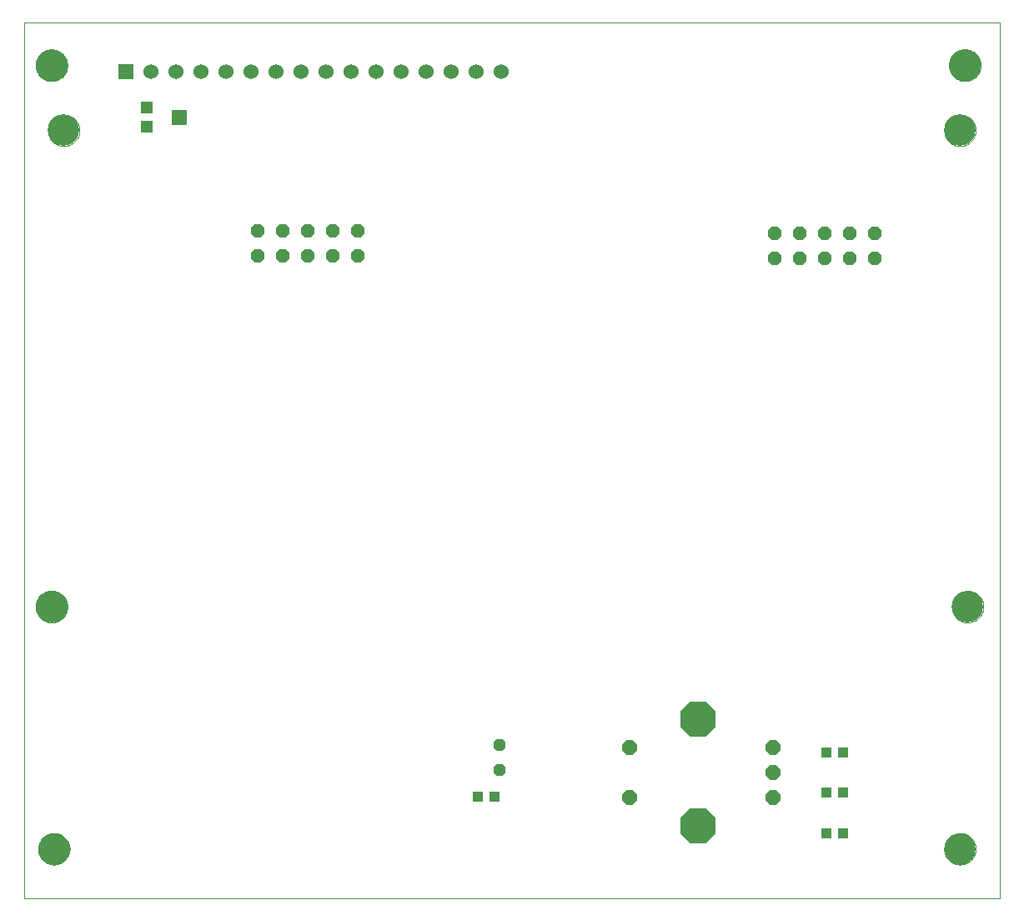
<source format=gbs>
G75*
%MOIN*%
%OFA0B0*%
%FSLAX24Y24*%
%IPPOS*%
%LPD*%
%AMOC8*
5,1,8,0,0,1.08239X$1,22.5*
%
%ADD10C,0.0000*%
%ADD11C,0.1260*%
%ADD12OC8,0.0591*%
%ADD13OC8,0.1424*%
%ADD14R,0.0394X0.0433*%
%ADD15R,0.0472X0.0472*%
%ADD16R,0.0591X0.0630*%
%ADD17R,0.0600X0.0600*%
%ADD18C,0.0600*%
%ADD19OC8,0.0540*%
%ADD20OC8,0.0480*%
D10*
X000394Y000139D02*
X000394Y035179D01*
X039370Y035179D01*
X039370Y000139D01*
X000394Y000139D01*
X000945Y002108D02*
X000947Y002158D01*
X000953Y002208D01*
X000963Y002257D01*
X000977Y002305D01*
X000994Y002352D01*
X001015Y002397D01*
X001040Y002441D01*
X001068Y002482D01*
X001100Y002521D01*
X001134Y002558D01*
X001171Y002592D01*
X001211Y002622D01*
X001253Y002649D01*
X001297Y002673D01*
X001343Y002694D01*
X001390Y002710D01*
X001438Y002723D01*
X001488Y002732D01*
X001537Y002737D01*
X001588Y002738D01*
X001638Y002735D01*
X001687Y002728D01*
X001736Y002717D01*
X001784Y002702D01*
X001830Y002684D01*
X001875Y002662D01*
X001918Y002636D01*
X001959Y002607D01*
X001998Y002575D01*
X002034Y002540D01*
X002066Y002502D01*
X002096Y002462D01*
X002123Y002419D01*
X002146Y002375D01*
X002165Y002329D01*
X002181Y002281D01*
X002193Y002232D01*
X002201Y002183D01*
X002205Y002133D01*
X002205Y002083D01*
X002201Y002033D01*
X002193Y001984D01*
X002181Y001935D01*
X002165Y001887D01*
X002146Y001841D01*
X002123Y001797D01*
X002096Y001754D01*
X002066Y001714D01*
X002034Y001676D01*
X001998Y001641D01*
X001959Y001609D01*
X001918Y001580D01*
X001875Y001554D01*
X001830Y001532D01*
X001784Y001514D01*
X001736Y001499D01*
X001687Y001488D01*
X001638Y001481D01*
X001588Y001478D01*
X001537Y001479D01*
X001488Y001484D01*
X001438Y001493D01*
X001390Y001506D01*
X001343Y001522D01*
X001297Y001543D01*
X001253Y001567D01*
X001211Y001594D01*
X001171Y001624D01*
X001134Y001658D01*
X001100Y001695D01*
X001068Y001734D01*
X001040Y001775D01*
X001015Y001819D01*
X000994Y001864D01*
X000977Y001911D01*
X000963Y001959D01*
X000953Y002008D01*
X000947Y002058D01*
X000945Y002108D01*
X000854Y011793D02*
X000856Y011843D01*
X000862Y011893D01*
X000872Y011942D01*
X000886Y011990D01*
X000903Y012037D01*
X000924Y012082D01*
X000949Y012126D01*
X000977Y012167D01*
X001009Y012206D01*
X001043Y012243D01*
X001080Y012277D01*
X001120Y012307D01*
X001162Y012334D01*
X001206Y012358D01*
X001252Y012379D01*
X001299Y012395D01*
X001347Y012408D01*
X001397Y012417D01*
X001446Y012422D01*
X001497Y012423D01*
X001547Y012420D01*
X001596Y012413D01*
X001645Y012402D01*
X001693Y012387D01*
X001739Y012369D01*
X001784Y012347D01*
X001827Y012321D01*
X001868Y012292D01*
X001907Y012260D01*
X001943Y012225D01*
X001975Y012187D01*
X002005Y012147D01*
X002032Y012104D01*
X002055Y012060D01*
X002074Y012014D01*
X002090Y011966D01*
X002102Y011917D01*
X002110Y011868D01*
X002114Y011818D01*
X002114Y011768D01*
X002110Y011718D01*
X002102Y011669D01*
X002090Y011620D01*
X002074Y011572D01*
X002055Y011526D01*
X002032Y011482D01*
X002005Y011439D01*
X001975Y011399D01*
X001943Y011361D01*
X001907Y011326D01*
X001868Y011294D01*
X001827Y011265D01*
X001784Y011239D01*
X001739Y011217D01*
X001693Y011199D01*
X001645Y011184D01*
X001596Y011173D01*
X001547Y011166D01*
X001497Y011163D01*
X001446Y011164D01*
X001397Y011169D01*
X001347Y011178D01*
X001299Y011191D01*
X001252Y011207D01*
X001206Y011228D01*
X001162Y011252D01*
X001120Y011279D01*
X001080Y011309D01*
X001043Y011343D01*
X001009Y011380D01*
X000977Y011419D01*
X000949Y011460D01*
X000924Y011504D01*
X000903Y011549D01*
X000886Y011596D01*
X000872Y011644D01*
X000862Y011693D01*
X000856Y011743D01*
X000854Y011793D01*
X000846Y011803D02*
X000848Y011853D01*
X000854Y011903D01*
X000864Y011952D01*
X000878Y012000D01*
X000895Y012047D01*
X000916Y012092D01*
X000941Y012136D01*
X000969Y012177D01*
X001001Y012216D01*
X001035Y012253D01*
X001072Y012287D01*
X001112Y012317D01*
X001154Y012344D01*
X001198Y012368D01*
X001244Y012389D01*
X001291Y012405D01*
X001339Y012418D01*
X001389Y012427D01*
X001438Y012432D01*
X001489Y012433D01*
X001539Y012430D01*
X001588Y012423D01*
X001637Y012412D01*
X001685Y012397D01*
X001731Y012379D01*
X001776Y012357D01*
X001819Y012331D01*
X001860Y012302D01*
X001899Y012270D01*
X001935Y012235D01*
X001967Y012197D01*
X001997Y012157D01*
X002024Y012114D01*
X002047Y012070D01*
X002066Y012024D01*
X002082Y011976D01*
X002094Y011927D01*
X002102Y011878D01*
X002106Y011828D01*
X002106Y011778D01*
X002102Y011728D01*
X002094Y011679D01*
X002082Y011630D01*
X002066Y011582D01*
X002047Y011536D01*
X002024Y011492D01*
X001997Y011449D01*
X001967Y011409D01*
X001935Y011371D01*
X001899Y011336D01*
X001860Y011304D01*
X001819Y011275D01*
X001776Y011249D01*
X001731Y011227D01*
X001685Y011209D01*
X001637Y011194D01*
X001588Y011183D01*
X001539Y011176D01*
X001489Y011173D01*
X001438Y011174D01*
X001389Y011179D01*
X001339Y011188D01*
X001291Y011201D01*
X001244Y011217D01*
X001198Y011238D01*
X001154Y011262D01*
X001112Y011289D01*
X001072Y011319D01*
X001035Y011353D01*
X001001Y011390D01*
X000969Y011429D01*
X000941Y011470D01*
X000916Y011514D01*
X000895Y011559D01*
X000878Y011606D01*
X000864Y011654D01*
X000854Y011703D01*
X000848Y011753D01*
X000846Y011803D01*
X001339Y030848D02*
X001341Y030898D01*
X001347Y030948D01*
X001357Y030997D01*
X001371Y031045D01*
X001388Y031092D01*
X001409Y031137D01*
X001434Y031181D01*
X001462Y031222D01*
X001494Y031261D01*
X001528Y031298D01*
X001565Y031332D01*
X001605Y031362D01*
X001647Y031389D01*
X001691Y031413D01*
X001737Y031434D01*
X001784Y031450D01*
X001832Y031463D01*
X001882Y031472D01*
X001931Y031477D01*
X001982Y031478D01*
X002032Y031475D01*
X002081Y031468D01*
X002130Y031457D01*
X002178Y031442D01*
X002224Y031424D01*
X002269Y031402D01*
X002312Y031376D01*
X002353Y031347D01*
X002392Y031315D01*
X002428Y031280D01*
X002460Y031242D01*
X002490Y031202D01*
X002517Y031159D01*
X002540Y031115D01*
X002559Y031069D01*
X002575Y031021D01*
X002587Y030972D01*
X002595Y030923D01*
X002599Y030873D01*
X002599Y030823D01*
X002595Y030773D01*
X002587Y030724D01*
X002575Y030675D01*
X002559Y030627D01*
X002540Y030581D01*
X002517Y030537D01*
X002490Y030494D01*
X002460Y030454D01*
X002428Y030416D01*
X002392Y030381D01*
X002353Y030349D01*
X002312Y030320D01*
X002269Y030294D01*
X002224Y030272D01*
X002178Y030254D01*
X002130Y030239D01*
X002081Y030228D01*
X002032Y030221D01*
X001982Y030218D01*
X001931Y030219D01*
X001882Y030224D01*
X001832Y030233D01*
X001784Y030246D01*
X001737Y030262D01*
X001691Y030283D01*
X001647Y030307D01*
X001605Y030334D01*
X001565Y030364D01*
X001528Y030398D01*
X001494Y030435D01*
X001462Y030474D01*
X001434Y030515D01*
X001409Y030559D01*
X001388Y030604D01*
X001371Y030651D01*
X001357Y030699D01*
X001347Y030748D01*
X001341Y030798D01*
X001339Y030848D01*
X000854Y033446D02*
X000856Y033496D01*
X000862Y033546D01*
X000872Y033595D01*
X000886Y033643D01*
X000903Y033690D01*
X000924Y033735D01*
X000949Y033779D01*
X000977Y033820D01*
X001009Y033859D01*
X001043Y033896D01*
X001080Y033930D01*
X001120Y033960D01*
X001162Y033987D01*
X001206Y034011D01*
X001252Y034032D01*
X001299Y034048D01*
X001347Y034061D01*
X001397Y034070D01*
X001446Y034075D01*
X001497Y034076D01*
X001547Y034073D01*
X001596Y034066D01*
X001645Y034055D01*
X001693Y034040D01*
X001739Y034022D01*
X001784Y034000D01*
X001827Y033974D01*
X001868Y033945D01*
X001907Y033913D01*
X001943Y033878D01*
X001975Y033840D01*
X002005Y033800D01*
X002032Y033757D01*
X002055Y033713D01*
X002074Y033667D01*
X002090Y033619D01*
X002102Y033570D01*
X002110Y033521D01*
X002114Y033471D01*
X002114Y033421D01*
X002110Y033371D01*
X002102Y033322D01*
X002090Y033273D01*
X002074Y033225D01*
X002055Y033179D01*
X002032Y033135D01*
X002005Y033092D01*
X001975Y033052D01*
X001943Y033014D01*
X001907Y032979D01*
X001868Y032947D01*
X001827Y032918D01*
X001784Y032892D01*
X001739Y032870D01*
X001693Y032852D01*
X001645Y032837D01*
X001596Y032826D01*
X001547Y032819D01*
X001497Y032816D01*
X001446Y032817D01*
X001397Y032822D01*
X001347Y032831D01*
X001299Y032844D01*
X001252Y032860D01*
X001206Y032881D01*
X001162Y032905D01*
X001120Y032932D01*
X001080Y032962D01*
X001043Y032996D01*
X001009Y033033D01*
X000977Y033072D01*
X000949Y033113D01*
X000924Y033157D01*
X000903Y033202D01*
X000886Y033249D01*
X000872Y033297D01*
X000862Y033346D01*
X000856Y033396D01*
X000854Y033446D01*
X000846Y033456D02*
X000848Y033506D01*
X000854Y033556D01*
X000864Y033605D01*
X000878Y033653D01*
X000895Y033700D01*
X000916Y033745D01*
X000941Y033789D01*
X000969Y033830D01*
X001001Y033869D01*
X001035Y033906D01*
X001072Y033940D01*
X001112Y033970D01*
X001154Y033997D01*
X001198Y034021D01*
X001244Y034042D01*
X001291Y034058D01*
X001339Y034071D01*
X001389Y034080D01*
X001438Y034085D01*
X001489Y034086D01*
X001539Y034083D01*
X001588Y034076D01*
X001637Y034065D01*
X001685Y034050D01*
X001731Y034032D01*
X001776Y034010D01*
X001819Y033984D01*
X001860Y033955D01*
X001899Y033923D01*
X001935Y033888D01*
X001967Y033850D01*
X001997Y033810D01*
X002024Y033767D01*
X002047Y033723D01*
X002066Y033677D01*
X002082Y033629D01*
X002094Y033580D01*
X002102Y033531D01*
X002106Y033481D01*
X002106Y033431D01*
X002102Y033381D01*
X002094Y033332D01*
X002082Y033283D01*
X002066Y033235D01*
X002047Y033189D01*
X002024Y033145D01*
X001997Y033102D01*
X001967Y033062D01*
X001935Y033024D01*
X001899Y032989D01*
X001860Y032957D01*
X001819Y032928D01*
X001776Y032902D01*
X001731Y032880D01*
X001685Y032862D01*
X001637Y032847D01*
X001588Y032836D01*
X001539Y032829D01*
X001489Y032826D01*
X001438Y032827D01*
X001389Y032832D01*
X001339Y032841D01*
X001291Y032854D01*
X001244Y032870D01*
X001198Y032891D01*
X001154Y032915D01*
X001112Y032942D01*
X001072Y032972D01*
X001035Y033006D01*
X001001Y033043D01*
X000969Y033082D01*
X000941Y033123D01*
X000916Y033167D01*
X000895Y033212D01*
X000878Y033259D01*
X000864Y033307D01*
X000854Y033356D01*
X000848Y033406D01*
X000846Y033456D01*
X037165Y030848D02*
X037167Y030898D01*
X037173Y030948D01*
X037183Y030997D01*
X037197Y031045D01*
X037214Y031092D01*
X037235Y031137D01*
X037260Y031181D01*
X037288Y031222D01*
X037320Y031261D01*
X037354Y031298D01*
X037391Y031332D01*
X037431Y031362D01*
X037473Y031389D01*
X037517Y031413D01*
X037563Y031434D01*
X037610Y031450D01*
X037658Y031463D01*
X037708Y031472D01*
X037757Y031477D01*
X037808Y031478D01*
X037858Y031475D01*
X037907Y031468D01*
X037956Y031457D01*
X038004Y031442D01*
X038050Y031424D01*
X038095Y031402D01*
X038138Y031376D01*
X038179Y031347D01*
X038218Y031315D01*
X038254Y031280D01*
X038286Y031242D01*
X038316Y031202D01*
X038343Y031159D01*
X038366Y031115D01*
X038385Y031069D01*
X038401Y031021D01*
X038413Y030972D01*
X038421Y030923D01*
X038425Y030873D01*
X038425Y030823D01*
X038421Y030773D01*
X038413Y030724D01*
X038401Y030675D01*
X038385Y030627D01*
X038366Y030581D01*
X038343Y030537D01*
X038316Y030494D01*
X038286Y030454D01*
X038254Y030416D01*
X038218Y030381D01*
X038179Y030349D01*
X038138Y030320D01*
X038095Y030294D01*
X038050Y030272D01*
X038004Y030254D01*
X037956Y030239D01*
X037907Y030228D01*
X037858Y030221D01*
X037808Y030218D01*
X037757Y030219D01*
X037708Y030224D01*
X037658Y030233D01*
X037610Y030246D01*
X037563Y030262D01*
X037517Y030283D01*
X037473Y030307D01*
X037431Y030334D01*
X037391Y030364D01*
X037354Y030398D01*
X037320Y030435D01*
X037288Y030474D01*
X037260Y030515D01*
X037235Y030559D01*
X037214Y030604D01*
X037197Y030651D01*
X037183Y030699D01*
X037173Y030748D01*
X037167Y030798D01*
X037165Y030848D01*
X037354Y033446D02*
X037356Y033496D01*
X037362Y033546D01*
X037372Y033595D01*
X037386Y033643D01*
X037403Y033690D01*
X037424Y033735D01*
X037449Y033779D01*
X037477Y033820D01*
X037509Y033859D01*
X037543Y033896D01*
X037580Y033930D01*
X037620Y033960D01*
X037662Y033987D01*
X037706Y034011D01*
X037752Y034032D01*
X037799Y034048D01*
X037847Y034061D01*
X037897Y034070D01*
X037946Y034075D01*
X037997Y034076D01*
X038047Y034073D01*
X038096Y034066D01*
X038145Y034055D01*
X038193Y034040D01*
X038239Y034022D01*
X038284Y034000D01*
X038327Y033974D01*
X038368Y033945D01*
X038407Y033913D01*
X038443Y033878D01*
X038475Y033840D01*
X038505Y033800D01*
X038532Y033757D01*
X038555Y033713D01*
X038574Y033667D01*
X038590Y033619D01*
X038602Y033570D01*
X038610Y033521D01*
X038614Y033471D01*
X038614Y033421D01*
X038610Y033371D01*
X038602Y033322D01*
X038590Y033273D01*
X038574Y033225D01*
X038555Y033179D01*
X038532Y033135D01*
X038505Y033092D01*
X038475Y033052D01*
X038443Y033014D01*
X038407Y032979D01*
X038368Y032947D01*
X038327Y032918D01*
X038284Y032892D01*
X038239Y032870D01*
X038193Y032852D01*
X038145Y032837D01*
X038096Y032826D01*
X038047Y032819D01*
X037997Y032816D01*
X037946Y032817D01*
X037897Y032822D01*
X037847Y032831D01*
X037799Y032844D01*
X037752Y032860D01*
X037706Y032881D01*
X037662Y032905D01*
X037620Y032932D01*
X037580Y032962D01*
X037543Y032996D01*
X037509Y033033D01*
X037477Y033072D01*
X037449Y033113D01*
X037424Y033157D01*
X037403Y033202D01*
X037386Y033249D01*
X037372Y033297D01*
X037362Y033346D01*
X037356Y033396D01*
X037354Y033446D01*
X037362Y033456D02*
X037364Y033506D01*
X037370Y033556D01*
X037380Y033605D01*
X037394Y033653D01*
X037411Y033700D01*
X037432Y033745D01*
X037457Y033789D01*
X037485Y033830D01*
X037517Y033869D01*
X037551Y033906D01*
X037588Y033940D01*
X037628Y033970D01*
X037670Y033997D01*
X037714Y034021D01*
X037760Y034042D01*
X037807Y034058D01*
X037855Y034071D01*
X037905Y034080D01*
X037954Y034085D01*
X038005Y034086D01*
X038055Y034083D01*
X038104Y034076D01*
X038153Y034065D01*
X038201Y034050D01*
X038247Y034032D01*
X038292Y034010D01*
X038335Y033984D01*
X038376Y033955D01*
X038415Y033923D01*
X038451Y033888D01*
X038483Y033850D01*
X038513Y033810D01*
X038540Y033767D01*
X038563Y033723D01*
X038582Y033677D01*
X038598Y033629D01*
X038610Y033580D01*
X038618Y033531D01*
X038622Y033481D01*
X038622Y033431D01*
X038618Y033381D01*
X038610Y033332D01*
X038598Y033283D01*
X038582Y033235D01*
X038563Y033189D01*
X038540Y033145D01*
X038513Y033102D01*
X038483Y033062D01*
X038451Y033024D01*
X038415Y032989D01*
X038376Y032957D01*
X038335Y032928D01*
X038292Y032902D01*
X038247Y032880D01*
X038201Y032862D01*
X038153Y032847D01*
X038104Y032836D01*
X038055Y032829D01*
X038005Y032826D01*
X037954Y032827D01*
X037905Y032832D01*
X037855Y032841D01*
X037807Y032854D01*
X037760Y032870D01*
X037714Y032891D01*
X037670Y032915D01*
X037628Y032942D01*
X037588Y032972D01*
X037551Y033006D01*
X037517Y033043D01*
X037485Y033082D01*
X037457Y033123D01*
X037432Y033167D01*
X037411Y033212D01*
X037394Y033259D01*
X037380Y033307D01*
X037370Y033356D01*
X037364Y033406D01*
X037362Y033456D01*
X037468Y011793D02*
X037470Y011843D01*
X037476Y011893D01*
X037486Y011942D01*
X037500Y011990D01*
X037517Y012037D01*
X037538Y012082D01*
X037563Y012126D01*
X037591Y012167D01*
X037623Y012206D01*
X037657Y012243D01*
X037694Y012277D01*
X037734Y012307D01*
X037776Y012334D01*
X037820Y012358D01*
X037866Y012379D01*
X037913Y012395D01*
X037961Y012408D01*
X038011Y012417D01*
X038060Y012422D01*
X038111Y012423D01*
X038161Y012420D01*
X038210Y012413D01*
X038259Y012402D01*
X038307Y012387D01*
X038353Y012369D01*
X038398Y012347D01*
X038441Y012321D01*
X038482Y012292D01*
X038521Y012260D01*
X038557Y012225D01*
X038589Y012187D01*
X038619Y012147D01*
X038646Y012104D01*
X038669Y012060D01*
X038688Y012014D01*
X038704Y011966D01*
X038716Y011917D01*
X038724Y011868D01*
X038728Y011818D01*
X038728Y011768D01*
X038724Y011718D01*
X038716Y011669D01*
X038704Y011620D01*
X038688Y011572D01*
X038669Y011526D01*
X038646Y011482D01*
X038619Y011439D01*
X038589Y011399D01*
X038557Y011361D01*
X038521Y011326D01*
X038482Y011294D01*
X038441Y011265D01*
X038398Y011239D01*
X038353Y011217D01*
X038307Y011199D01*
X038259Y011184D01*
X038210Y011173D01*
X038161Y011166D01*
X038111Y011163D01*
X038060Y011164D01*
X038011Y011169D01*
X037961Y011178D01*
X037913Y011191D01*
X037866Y011207D01*
X037820Y011228D01*
X037776Y011252D01*
X037734Y011279D01*
X037694Y011309D01*
X037657Y011343D01*
X037623Y011380D01*
X037591Y011419D01*
X037563Y011460D01*
X037538Y011504D01*
X037517Y011549D01*
X037500Y011596D01*
X037486Y011644D01*
X037476Y011693D01*
X037470Y011743D01*
X037468Y011793D01*
X037165Y002108D02*
X037167Y002158D01*
X037173Y002208D01*
X037183Y002257D01*
X037197Y002305D01*
X037214Y002352D01*
X037235Y002397D01*
X037260Y002441D01*
X037288Y002482D01*
X037320Y002521D01*
X037354Y002558D01*
X037391Y002592D01*
X037431Y002622D01*
X037473Y002649D01*
X037517Y002673D01*
X037563Y002694D01*
X037610Y002710D01*
X037658Y002723D01*
X037708Y002732D01*
X037757Y002737D01*
X037808Y002738D01*
X037858Y002735D01*
X037907Y002728D01*
X037956Y002717D01*
X038004Y002702D01*
X038050Y002684D01*
X038095Y002662D01*
X038138Y002636D01*
X038179Y002607D01*
X038218Y002575D01*
X038254Y002540D01*
X038286Y002502D01*
X038316Y002462D01*
X038343Y002419D01*
X038366Y002375D01*
X038385Y002329D01*
X038401Y002281D01*
X038413Y002232D01*
X038421Y002183D01*
X038425Y002133D01*
X038425Y002083D01*
X038421Y002033D01*
X038413Y001984D01*
X038401Y001935D01*
X038385Y001887D01*
X038366Y001841D01*
X038343Y001797D01*
X038316Y001754D01*
X038286Y001714D01*
X038254Y001676D01*
X038218Y001641D01*
X038179Y001609D01*
X038138Y001580D01*
X038095Y001554D01*
X038050Y001532D01*
X038004Y001514D01*
X037956Y001499D01*
X037907Y001488D01*
X037858Y001481D01*
X037808Y001478D01*
X037757Y001479D01*
X037708Y001484D01*
X037658Y001493D01*
X037610Y001506D01*
X037563Y001522D01*
X037517Y001543D01*
X037473Y001567D01*
X037431Y001594D01*
X037391Y001624D01*
X037354Y001658D01*
X037320Y001695D01*
X037288Y001734D01*
X037260Y001775D01*
X037235Y001819D01*
X037214Y001864D01*
X037197Y001911D01*
X037183Y001959D01*
X037173Y002008D01*
X037167Y002058D01*
X037165Y002108D01*
D11*
X037795Y002108D03*
X038098Y011793D03*
X037795Y030848D03*
X037984Y033446D03*
X037992Y033456D03*
X001969Y030848D03*
X001484Y033446D03*
X001476Y033456D03*
X001476Y011803D03*
X001484Y011793D03*
X001575Y002108D03*
D12*
X024575Y004155D03*
X024575Y006155D03*
X030325Y006155D03*
X030325Y005155D03*
X030325Y004155D03*
D13*
X027325Y003030D03*
X027325Y007280D03*
D14*
X032441Y005966D03*
X033110Y005966D03*
X033110Y004376D03*
X032441Y004376D03*
X032441Y002726D03*
X033110Y002726D03*
X019195Y004210D03*
X018526Y004210D03*
D15*
X005290Y030981D03*
X005290Y031768D03*
D16*
X006570Y031374D03*
D17*
X004437Y033210D03*
D18*
X005437Y033210D03*
X006437Y033210D03*
X007437Y033210D03*
X008437Y033210D03*
X009437Y033210D03*
X010437Y033210D03*
X011437Y033210D03*
X012437Y033210D03*
X013437Y033210D03*
X014437Y033210D03*
X015437Y033210D03*
X016437Y033210D03*
X017437Y033210D03*
X018437Y033210D03*
X019437Y033210D03*
D19*
X013713Y026820D03*
X013713Y025820D03*
X012713Y025820D03*
X012713Y026820D03*
X011713Y026820D03*
X011713Y025820D03*
X010713Y025820D03*
X010713Y026820D03*
X009713Y026820D03*
X009713Y025820D03*
X030382Y025722D03*
X031382Y025722D03*
X032382Y025722D03*
X033382Y025722D03*
X034382Y025722D03*
X034382Y026722D03*
X033382Y026722D03*
X032382Y026722D03*
X031382Y026722D03*
X030382Y026722D03*
D20*
X019376Y006261D03*
X019376Y005261D03*
M02*

</source>
